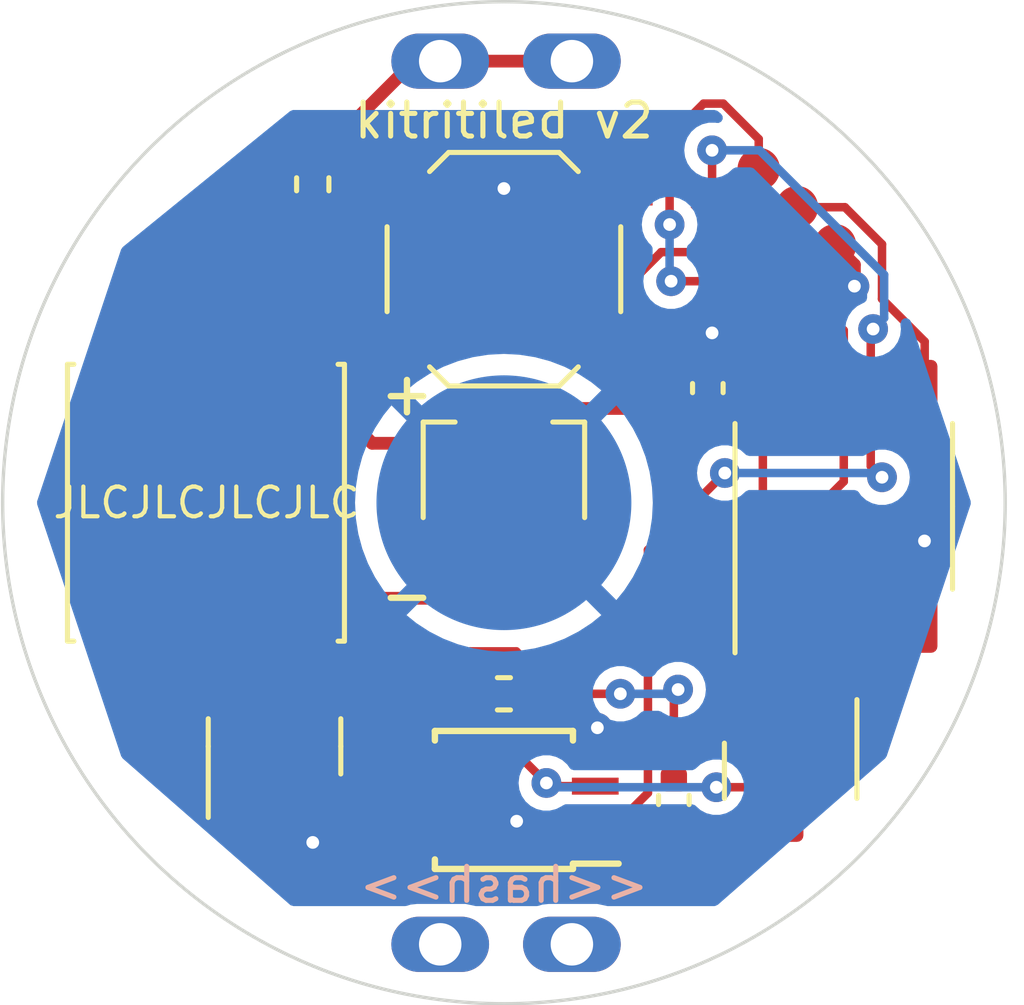
<source format=kicad_pcb>
(kicad_pcb (version 20221018) (generator pcbnew)
  (layers (0 "F.Cu" signal) (31 "B.Cu" signal) (34 "B.Paste" user) (35 "F.Paste" user) (36 "B.SilkS" user "B.Silkscreen") (37 "F.SilkS" user "F.Silkscreen") (38 "B.Mask" user) (39 "F.Mask" user) (44 "Edge.Cuts" user))
  (net 0 "")
  (net 1 "+3V0")
  (net 2 "GND")
  (net 3 "Net-(U2A-Cext)")
  (net 4 "Net-(U2A-RCext)")
  (net 5 "Net-(D1-A)")
  (net 6 "/SCK")
  (net 7 "CLR")
  (net 8 "Net-(Q2-G)")
  (net 9 "Net-(BT1-+)")
  (net 10 "/MOSI")
  (net 11 "/MISO")
  (net 12 "/RST")
  (footprint "Button_Switch_SMD:SW_Push_1P1T_XKB_TS-1187A" (layer "F.Cu") (at 90 84.5 180)
    (fp_text reference "SW1" hide)
    (fp_text value "RESET")
    (fp_line (start -2.75 -1) (end -2.75 1) (stroke (width 0.12)) (layer "F.SilkS"))
    (fp_line (start -1.75 -2.3) (end -1.3 -2.75) (stroke (width 0.12)) (layer "F.SilkS"))
    (fp_line (start -1.75 2.3) (end -1.3 2.75) (stroke (width 0.12)) (layer "F.SilkS"))
    (fp_line (start -1.3 -2.75) (end 1.3 -2.75) (stroke (width 0.12)) (layer "F.SilkS"))
    (fp_line (start -1.3 2.75) (end 1.3 2.75) (stroke (width 0.12)) (layer "F.SilkS"))
    (fp_line (start 1.75 -2.3) (end 1.3 -2.75) (stroke (width 0.12)) (layer "F.SilkS"))
    (fp_line (start 1.75 2.3) (end 1.3 2.75) (stroke (width 0.12)) (layer "F.SilkS"))
    (fp_line (start 2.75 -1) (end 2.75 1) (stroke (width 0.12)) (layer "F.SilkS"))
    (pad "1" smd rect (at -3 -1.875 180) (size 1 0.75) (layers "F.Cu" "F.Paste" "F.Mask") (net 6 "/SCK"))
    (pad "1" smd rect (at 3 -1.875 180) (size 1 0.75) (layers "F.Cu" "F.Paste" "F.Mask") (net 6 "/SCK"))
    (pad "2" smd rect (at -3 1.875 180) (size 1 0.75) (layers "F.Cu" "F.Paste" "F.Mask") (net 2 "GND"))
    (pad "2" smd rect (at 3 1.875 180) (size 1 0.75) (layers "F.Cu" "F.Paste" "F.Mask") (net 2 "GND"))
  )
  (footprint "Package_TO_SOT_SMD:SOT-23" (layer "F.Cu") (at 84.6 95.7375 90)
    (fp_text reference "Q2" hide)
    (fp_text value "AO3400A")
    (fp_line (start 0 -1.56) (end -1.675 -1.56) (stroke (width 0.12)) (layer "F.SilkS"))
    (fp_line (start 0 -1.56) (end 0.65 -1.56) (stroke (width 0.12)) (layer "F.SilkS"))
    (fp_line (start 0 1.56) (end -0.65 1.56) (stroke (width 0.12)) (layer "F.SilkS"))
    (fp_line (start 0 1.56) (end 0.65 1.56) (stroke (width 0.12)) (layer "F.SilkS"))
    (pad "1" smd roundrect (at -0.9375 -0.95 90) (size 1.475 0.6) (layers "F.Cu" "F.Paste" "F.Mask") (net 8 "Net-(Q2-G)"))
    (pad "2" smd roundrect (at -0.9375 0.95 90) (size 1.475 0.6) (layers "F.Cu" "F.Paste" "F.Mask") (net 2 "GND"))
    (pad "3" smd roundrect (at 0.9375 0 90) (size 1.475 0.6) (layers "F.Cu" "F.Paste" "F.Mask") (net 5 "Net-(D1-A)"))
  )
  (footprint "Connector_PinHeader_1.27mm:PinHeader_2x03_P1.27mm_Vertical" (layer "F.Cu") (at 95.1 83.040381 45)
    (fp_text reference "J4" hide)
    (fp_text value "AVR-ISP-6")
    (pad "1" smd rect (at 0 0 45) (size 1 1) (layers "F.Cu" "F.Paste" "F.Mask") (net 11 "/MISO"))
    (pad "2" smd oval (at 1.27 0 45) (size 1 1) (layers "F.Cu" "F.Paste" "F.Mask") (net 1 "+3V0"))
    (pad "3" smd oval (at 0 1.27 45) (size 1 1) (layers "F.Cu" "F.Paste" "F.Mask") (net 6 "/SCK"))
    (pad "4" smd oval (at 1.27 1.27 45) (size 1 1) (layers "F.Cu" "F.Paste" "F.Mask") (net 10 "/MOSI"))
    (pad "5" smd oval (at 0 2.54 45) (size 1 1) (layers "F.Cu" "F.Paste" "F.Mask") (net 12 "/RST"))
    (pad "6" smd oval (at 1.27 2.54 45) (size 1 1) (layers "F.Cu" "F.Paste" "F.Mask") (net 2 "GND"))
  )
  (footprint "Resistor_SMD:R_0402_1005Metric" (layer "F.Cu") (at 85.5 82.5 90)
    (fp_text reference "R1" hide)
    (fp_text value "100")
    (fp_line (start -0.153641 -0.38) (end 0.153641 -0.38) (stroke (width 0.12)) (layer "F.SilkS"))
    (fp_line (start -0.153641 0.38) (end 0.153641 0.38) (stroke (width 0.12)) (layer "F.SilkS"))
    (pad "1" smd roundrect (at -0.51 0 90) (size 0.54 0.64) (layers "F.Cu" "F.Paste" "F.Mask") (net 1 "+3V0"))
    (pad "2" smd roundrect (at 0.51 0 90) (size 0.54 0.64) (layers "F.Cu" "F.Paste" "F.Mask") (net 9 "Net-(BT1-+)"))
  )
  (footprint "Package_SO:TSSOP-8_3x3mm_P0.65mm" (layer "F.Cu") (at 90 97 180)
    (fp_text reference "U2" hide)
    (fp_text value "74LVC1G123")
    (fp_line (start -1.625 -1.625) (end -1.625 -1.5) (stroke (width 0.15)) (layer "F.SilkS"))
    (fp_line (start -1.625 -1.625) (end 1.625 -1.625) (stroke (width 0.15)) (layer "F.SilkS"))
    (fp_line (start -1.625 -1.5) (end -2.7 -1.5) (stroke (width 0.15)) (layer "F.SilkS"))
    (fp_line (start -1.625 1.625) (end -1.625 1.4) (stroke (width 0.15)) (layer "F.SilkS"))
    (fp_line (start -1.625 1.625) (end 1.625 1.625) (stroke (width 0.15)) (layer "F.SilkS"))
    (fp_line (start 1.625 -1.625) (end 1.625 -1.4) (stroke (width 0.15)) (layer "F.SilkS"))
    (fp_line (start 1.625 1.625) (end 1.625 1.4) (stroke (width 0.15)) (layer "F.SilkS"))
    (pad "1" smd rect (at -2.15 -0.975 180) (size 1.1 0.4) (layers "F.Cu" "F.Paste" "F.Mask") (net 2 "GND"))
    (pad "2" smd rect (at -2.15 -0.325 180) (size 1.1 0.4) (layers "F.Cu" "F.Paste" "F.Mask") (net 11 "/MISO"))
    (pad "3" smd rect (at -2.15 0.325 180) (size 1.1 0.4) (layers "F.Cu" "F.Paste" "F.Mask") (net 7 "CLR"))
    (pad "4" smd rect (at -2.15 0.975 180) (size 1.1 0.4) (layers "F.Cu" "F.Paste" "F.Mask") (net 2 "GND"))
    (pad "5" smd rect (at 2.15 0.975 180) (size 1.1 0.4) (layers "F.Cu" "F.Paste" "F.Mask") (net 8 "Net-(Q2-G)"))
    (pad "6" smd rect (at 2.15 0.325 180) (size 1.1 0.4) (layers "F.Cu" "F.Paste" "F.Mask") (net 3 "Net-(U2A-Cext)"))
    (pad "7" smd rect (at 2.15 -0.325 180) (size 1.1 0.4) (layers "F.Cu" "F.Paste" "F.Mask") (net 4 "Net-(U2A-RCext)"))
    (pad "8" smd rect (at 2.15 -0.975 180) (size 1.1 0.4) (layers "F.Cu" "F.Paste" "F.Mask") (net 7 "CLR"))
  )
  (footprint "Inductor_SMD:L_Sunlord_SWPA6028S" (layer "F.Cu") (at 82.9861 89.999999 -90)
    (fp_text reference "L1" hide)
    (fp_text value "1m")
    (fp_line (start -3.26 -3.26) (end -3.26 -3.11) (stroke (width 0.12)) (layer "F.SilkS"))
    (fp_line (start -3.26 -3.26) (end 3.26 -3.26) (stroke (width 0.12)) (layer "F.SilkS"))
    (fp_line (start -3.26 3.26) (end -3.26 3.11) (stroke (width 0.12)) (layer "F.SilkS"))
    (fp_line (start -3.26 3.26) (end 3.26 3.26) (stroke (width 0.12)) (layer "F.SilkS"))
    (fp_line (start 3.26 -3.26) (end 3.26 -3.11) (stroke (width 0.12)) (layer "F.SilkS"))
    (fp_line (start 3.26 3.26) (end 3.26 3.11) (stroke (width 0.12)) (layer "F.SilkS"))
    (pad "1" smd rect (at -2.25 0 270) (size 1.7 5.7) (layers "F.Cu" "F.Paste" "F.Mask") (net 1 "+3V0"))
    (pad "2" smd rect (at 2.25 0 270) (size 1.7 5.7) (layers "F.Cu" "F.Paste" "F.Mask") (net 5 "Net-(D1-A)"))
  )
  (footprint "Capacitor_SMD:C_0402_1005Metric" (layer "F.Cu") (at 94.8 87.3 90)
    (fp_text reference "C2" hide)
    (fp_text value "4u7")
    (fp_line (start -0.107836 -0.36) (end 0.107836 -0.36) (stroke (width 0.12)) (layer "F.SilkS"))
    (fp_line (start -0.107836 0.36) (end 0.107836 0.36) (stroke (width 0.12)) (layer "F.SilkS"))
    (pad "1" smd roundrect (at -0.48 0 90) (size 0.56 0.62) (layers "F.Cu" "F.Paste" "F.Mask") (net 1 "+3V0"))
    (pad "2" smd roundrect (at 0.48 0 90) (size 0.56 0.62) (layers "F.Cu" "F.Paste" "F.Mask") (net 2 "GND"))
  )
  (footprint "Package_SO:SOIC-8_3.9x4.9mm_P1.27mm" (layer "F.Cu") (at 98 90.08466 90)
    (fp_text reference "U1" hide)
    (fp_text value "ATtiny13A-SS")
    (fp_line (start 0 -2.56) (end -3.45 -2.56) (stroke (width 0.12)) (layer "F.SilkS"))
    (fp_line (start 0 -2.56) (end 1.95 -2.56) (stroke (width 0.12)) (layer "F.SilkS"))
    (fp_line (start 0 2.56) (end -1.95 2.56) (stroke (width 0.12)) (layer "F.SilkS"))
    (fp_line (start 0 2.56) (end 1.95 2.56) (stroke (width 0.12)) (layer "F.SilkS"))
    (pad "1" smd roundrect (at -2.475 -1.905 90) (size 1.95 0.6) (layers "F.Cu" "F.Paste" "F.Mask") (net 12 "/RST"))
    (pad "2" smd roundrect (at -2.475 -0.635 90) (size 1.95 0.6) (layers "F.Cu" "F.Paste" "F.Mask"))
    (pad "3" smd roundrect (at -2.475 0.635 90) (size 1.95 0.6) (layers "F.Cu" "F.Paste" "F.Mask"))
    (pad "4" smd roundrect (at -2.475 1.905 90) (size 1.95 0.6) (layers "F.Cu" "F.Paste" "F.Mask") (net 2 "GND"))
    (pad "5" smd roundrect (at 2.475 1.905 90) (size 1.95 0.6) (layers "F.Cu" "F.Paste" "F.Mask") (net 10 "/MOSI"))
    (pad "6" smd roundrect (at 2.475 0.635 90) (size 1.95 0.6) (layers "F.Cu" "F.Paste" "F.Mask") (net 11 "/MISO"))
    (pad "7" smd roundrect (at 2.475 -0.635 90) (size 1.95 0.6) (layers "F.Cu" "F.Paste" "F.Mask") (net 6 "/SCK"))
    (pad "8" smd roundrect (at 2.475 -1.905 90) (size 1.95 0.6) (layers "F.Cu" "F.Paste" "F.Mask") (net 1 "+3V0"))
  )
  (footprint "Capacitor_SMD:C_0402_1005Metric" (layer "F.Cu") (at 94 97 90)
    (fp_text reference "C3" hide)
    (fp_text value "100p")
    (fp_line (start -0.107836 -0.36) (end 0.107836 -0.36) (stroke (width 0.12)) (layer "F.SilkS"))
    (fp_line (start -0.107836 0.36) (end 0.107836 0.36) (stroke (width 0.12)) (layer "F.SilkS"))
    (pad "1" smd roundrect (at -0.48 0 90) (size 0.56 0.62) (layers "F.Cu" "F.Paste" "F.Mask") (net 3 "Net-(U2A-Cext)"))
    (pad "2" smd roundrect (at 0.48 0 90) (size 0.56 0.62) (layers "F.Cu" "F.Paste" "F.Mask") (net 4 "Net-(U2A-RCext)"))
  )
  (footprint "Resistor_SMD:R_0402_1005Metric" (layer "F.Cu") (at 90 94.5 180)
    (fp_text reference "R2" hide)
    (fp_text value "1K")
    (fp_line (start -0.153641 -0.38) (end 0.153641 -0.38) (stroke (width 0.12)) (layer "F.SilkS"))
    (fp_line (start -0.153641 0.38) (end 0.153641 0.38) (stroke (width 0.12)) (layer "F.SilkS"))
    (pad "1" smd roundrect (at -0.51 0 180) (size 0.54 0.64) (layers "F.Cu" "F.Paste" "F.Mask") (net 4 "Net-(U2A-RCext)"))
    (pad "2" smd roundrect (at 0.51 0 180) (size 0.54 0.64) (layers "F.Cu" "F.Paste" "F.Mask") (net 7 "CLR"))
  )
  (footprint "Package_TO_SOT_SMD:SOT-23" (layer "F.Cu") (at 96.75 96.3125 -90)
    (fp_text reference "Q1" hide)
    (fp_text value "AO3401A")
    (fp_line (start 0 -1.56) (end -1.675 -1.56) (stroke (width 0.12)) (layer "F.SilkS"))
    (fp_line (start 0 -1.56) (end 0.65 -1.56) (stroke (width 0.12)) (layer "F.SilkS"))
    (fp_line (start 0 1.56) (end -0.65 1.56) (stroke (width 0.12)) (layer "F.SilkS"))
    (fp_line (start 0 1.56) (end 0.65 1.56) (stroke (width 0.12)) (layer "F.SilkS"))
    (pad "1" smd roundrect (at -0.9375 -0.95 270) (size 1.475 0.6) (layers "F.Cu" "F.Paste" "F.Mask") (net 10 "/MOSI"))
    (pad "2" smd roundrect (at -0.9375 0.95 270) (size 1.475 0.6) (layers "F.Cu" "F.Paste" "F.Mask") (net 1 "+3V0"))
    (pad "3" smd roundrect (at 0.9375 0 270) (size 1.475 0.6) (layers "F.Cu" "F.Paste" "F.Mask") (net 7 "CLR"))
  )
  (footprint "LED_SMD:LED_Cree-XP" (layer "F.Cu") (at 90 90 -90)
    (fp_text reference "D1" hide)
    (fp_text value "LED")
    (fp_line (start -1.9 -1.9) (end -1.9 -1.15) (stroke (width 0.12)) (layer "F.SilkS"))
    (fp_line (start -1.9 1.9) (end -1.9 1.15) (stroke (width 0.12)) (layer "F.SilkS"))
    (fp_line (start 0.35 -1.9) (end -1.9 -1.9) (stroke (width 0.12)) (layer "F.SilkS"))
    (fp_line (start 0.35 1.9) (end -1.9 1.9) (stroke (width 0.12)) (layer "F.SilkS"))
    (pad "1" smd rect (at -1.4 0 270) (size 0.5 3.3) (layers "F.Cu" "F.Paste" "F.Mask") (net 1 "+3V0"))
    (pad "2" smd rect (at 1.4 0 270) (size 0.5 3.3) (layers "F.Cu" "F.Paste" "F.Mask") (net 5 "Net-(D1-A)"))
    (pad "3" smd rect (at 0 0 270) (size 1.3 3.3) (layers "F.Cu" "F.Mask"))
  )
  (footprint "pcb:BAT_BAT-HLD-001-THM" (layer "B.Cu") (at 90 90 -90)
    (fp_text reference "BT1" hide)
    (fp_text value "2032")
    (pad "1" thru_hole oval (at -10.4 -1.6 270) (size 1.3 2.3) (drill 1) (layers "*.Cu" "*.Mask") (net 9 "Net-(BT1-+)"))
    (pad "1" thru_hole oval (at -10.4 1.5 270) (size 1.3 2.3) (drill 1) (layers "*.Cu" "*.Mask") (net 9 "Net-(BT1-+)"))
    (pad "1" thru_hole oval (at 10.4 -1.6 270) (size 1.3 2.3) (drill 1) (layers "*.Cu" "*.Mask") (net 9 "Net-(BT1-+)"))
    (pad "1" thru_hole oval (at 10.4 1.5 270) (size 1.3 2.3) (drill 1) (layers "*.Cu" "*.Mask") (net 9 "Net-(BT1-+)"))
    (pad "2" smd circle (at 0 0 270) (size 6 6) (layers "B.Cu" "B.Mask") (net 2 "GND"))
  )
  (gr_circle (center 90 90) (end 101.8 90) (stroke (width 0.08)) (fill none) (layer "Edge.Cuts"))
  (gr_text "<<hash>>" (at 90 99) (layer "B.SilkS") (effects (font (size 0.8 0.8) (thickness 0.12)) (justify mirror)))
  (gr_text "-" (at 87 92.75) (layer "F.SilkS") (effects (font (size 1 1)) (justify left bottom)))
  (gr_text "kitritiled v2" (at 90 81) (layer "F.SilkS") (effects (font (size 0.8 0.8) (thickness 0.12))))
  (gr_text "JLCJLCJLCJLC" (at 83 90) (layer "F.SilkS") (effects (font (size 0.7 0.7) (thickness 0.1))))
  (gr_text "+" (at 87 88) (layer "F.SilkS") (effects (font (size 1 1)) (justify left bottom)))
  (segment (start 95.495 95.07) (end 95.8 95.375) (width 0.2) (layer "F.Cu") (net 1))
  (segment (start 95.495 90.605) (end 95.495 95.07) (width 0.2) (layer "F.Cu") (net 1))
  (segment (start 82.9861 85.5239) (end 82.9861 87.749999) (width 0.3) (layer "F.Cu") (net 1))
  (segment (start 93.935773 84.782761) (end 94.682761 84.782761) (width 0.2) (layer "F.Cu") (net 1))
  (segment (start 95.998026 81.435249) (end 95.162777 80.6) (width 0.2) (layer "F.Cu") (net 1))
  (segment (start 94.8 87.78) (end 90.82 87.78) (width 0.3) (layer "F.Cu") (net 1))
  (segment (start 96.095 87.60966) (end 96.095 90.005) (width 0.2) (layer "F.Cu") (net 1))
  (segment (start 82.9861 87.749999) (end 86.049999 87.749999) (width 0.3) (layer "F.Cu") (net 1))
  (segment (start 94.7 80.6) (end 93.9 81.4) (width 0.2) (layer "F.Cu") (net 1))
  (segment (start 86.9 88.6) (end 90 88.6) (width 0.3) (layer "F.Cu") (net 1))
  (segment (start 94.682761 84.782761) (end 96.095 86.195) (width 0.2) (layer "F.Cu") (net 1))
  (segment (start 96.095 86.195) (end 96.095 87.60966) (width 0.2) (layer "F.Cu") (net 1))
  (segment (start 95.92466 87.78) (end 96.095 87.60966) (width 0.3) (layer "F.Cu") (net 1))
  (segment (start 86.049999 87.749999) (end 86.9 88.6) (width 0.3) (layer "F.Cu") (net 1))
  (segment (start 85.5 83.01) (end 82.9861 85.5239) (width 0.3) (layer "F.Cu") (net 1))
  (segment (start 95.998026 82.142355) (end 95.998026 81.435249) (width 0.2) (layer "F.Cu") (net 1))
  (segment (start 93.9 81.4) (end 93.9 83.447988) (width 0.2) (layer "F.Cu") (net 1))
  (segment (start 90.82 87.78) (end 90 88.6) (width 0.3) (layer "F.Cu") (net 1))
  (segment (start 96.095 90.005) (end 95.495 90.605) (width 0.2) (layer "F.Cu") (net 1))
  (segment (start 95.162777 80.6) (end 94.7 80.6) (width 0.2) (layer "F.Cu") (net 1))
  (segment (start 94.8 87.78) (end 95.92466 87.78) (width 0.3) (layer "F.Cu") (net 1))
  (via (at 93.9 83.447988) (size 0.7) (drill 0.3) (layers "F.Cu" "B.Cu") (net 1))
  (via (at 93.935773 84.782761) (size 0.7) (drill 0.3) (layers "F.Cu" "B.Cu") (net 1))
  (segment (start 93.9 84.746988) (end 93.9 83.447988) (width 0.2) (layer "B.Cu") (net 1))
  (segment (start 93.935773 84.782761) (end 93.9 84.746988) (width 0.2) (layer "B.Cu") (net 1))
  (segment (start 92.2 95.3) (end 92.15 95.35) (width 0.2) (layer "F.Cu") (net 2))
  (segment (start 90.025 82.625) (end 90 82.6) (width 0.2) (layer "F.Cu") (net 2))
  (segment (start 92.15 95.35) (end 92.15 96.025) (width 0.2) (layer "F.Cu") (net 2))
  (segment (start 85.55 96.675) (end 85.55 97.95) (width 0.2) (layer "F.Cu") (net 2))
  (segment (start 93 82.625) (end 90.025 82.625) (width 0.2) (layer "F.Cu") (net 2))
  (segment (start 90.3 97.5005) (end 90.7745 97.975) (width 0.2) (layer "F.Cu") (net 2))
  (segment (start 85.55 97.95) (end 85.5 98) (width 0.2) (layer "F.Cu") (net 2))
  (segment (start 99.905 90.905) (end 99.9 90.9) (width 0.2) (layer "F.Cu") (net 2))
  (segment (start 98.2505 84.9) (end 98.2505 84.39483) (width 0.3) (layer "F.Cu") (net 2))
  (segment (start 90.7745 97.975) (end 92.15 97.975) (width 0.2) (layer "F.Cu") (net 2))
  (segment (start 87 82.625) (end 89.975 82.625) (width 0.2) (layer "F.Cu") (net 2))
  (segment (start 89.975 82.625) (end 90 82.6) (width 0.2) (layer "F.Cu") (net 2))
  (segment (start 94.9 86) (end 94.8 86.1) (width 0.3) (layer "F.Cu") (net 2))
  (segment (start 99.905 92.55966) (end 99.905 90.905) (width 0.2) (layer "F.Cu") (net 2))
  (segment (start 98.2505 84.39483) (end 97.794077 83.938407) (width 0.3) (layer "F.Cu") (net 2))
  (segment (start 94.8 86.1) (end 94.8 86.82) (width 0.3) (layer "F.Cu") (net 2))
  (via (at 90 82.6) (size 0.7) (drill 0.3) (layers "F.Cu" "B.Cu") (net 2))
  (via (at 85.5 98) (size 0.7) (drill 0.3) (layers "F.Cu" "B.Cu") (net 2))
  (via (at 92.2 95.3) (size 0.7) (drill 0.3) (layers "F.Cu" "B.Cu") (net 2))
  (via (at 99.9 90.9) (size 0.7) (drill 0.3) (layers "F.Cu" "B.Cu") (net 2))
  (via (at 90.3 97.5005) (size 0.7) (drill 0.3) (layers "F.Cu" "B.Cu") (net 2))
  (via (at 98.2505 84.9) (size 0.7) (drill 0.3) (layers "F.Cu" "B.Cu") (net 2))
  (via (at 94.9 86) (size 0.7) (drill 0.3) (layers "F.Cu" "B.Cu") (net 2))
  (segment (start 94 98.1) (end 94 97.48) (width 0.2) (layer "F.Cu") (net 3))
  (segment (start 87.425 98.9) (end 93.2 98.9) (width 0.2) (layer "F.Cu") (net 3))
  (segment (start 87.85 96.675) (end 86.925 96.675) (width 0.2) (layer "F.Cu") (net 3))
  (segment (start 86.7 98.175) (end 87.425 98.9) (width 0.2) (layer "F.Cu") (net 3))
  (segment (start 93.2 98.9) (end 94 98.1) (width 0.2) (layer "F.Cu") (net 3))
  (segment (start 86.7 96.9) (end 86.7 98.175) (width 0.2) (layer "F.Cu") (net 3))
  (segment (start 86.925 96.675) (end 86.7 96.9) (width 0.2) (layer "F.Cu") (net 3))
  (segment (start 90.51 93.72) (end 90.51 94.5) (width 0.2) (layer "F.Cu") (net 4))
  (segment (start 94.1 94.4) (end 94 94.5) (width 0.2) (layer "F.Cu") (net 4))
  (segment (start 87.85 97.325) (end 88.6 97.325) (width 0.2) (layer "F.Cu") (net 4))
  (segment (start 88.8 97.125) (end 88.8 93.9) (width 0.2) (layer "F.Cu") (net 4))
  (segment (start 90.51 94.5) (end 92.7405 94.5) (width 0.2) (layer "F.Cu") (net 4))
  (segment (start 90.29 93.5) (end 90.51 93.72) (width 0.2) (layer "F.Cu") (net 4))
  (segment (start 94 94.5) (end 94 96.52) (width 0.2) (layer "F.Cu") (net 4))
  (segment (start 88.8 93.9) (end 89.2 93.5) (width 0.2) (layer "F.Cu") (net 4))
  (segment (start 88.6 97.325) (end 88.8 97.125) (width 0.2) (layer "F.Cu") (net 4))
  (segment (start 89.2 93.5) (end 90.29 93.5) (width 0.2) (layer "F.Cu") (net 4))
  (via (at 94.1 94.4) (size 0.7) (drill 0.3) (layers "F.Cu" "B.Cu") (net 4))
  (via (at 92.7405 94.5) (size 0.7) (drill 0.3) (layers "F.Cu" "B.Cu") (net 4))
  (segment (start 94 94.5) (end 94.1 94.4) (width 0.2) (layer "B.Cu") (net 4))
  (segment (start 92.7405 94.5) (end 94 94.5) (width 0.2) (layer "B.Cu") (net 4))
  (segment (start 84.6 94.8) (end 84.6 93.863899) (width 0.2) (layer "F.Cu") (net 5))
  (segment (start 90 92) (end 89.750001 92.249999) (width 0.3) (layer "F.Cu") (net 5))
  (segment (start 84.6 93.863899) (end 82.9861 92.249999) (width 0.2) (layer "F.Cu") (net 5))
  (segment (start 89.750001 92.249999) (end 82.9861 92.249999) (width 0.3) (layer "F.Cu") (net 5))
  (segment (start 90 91.4) (end 90 92) (width 0.3) (layer "F.Cu") (net 5))
  (segment (start 87 86.375) (end 93 86.375) (width 0.2) (layer "F.Cu") (net 6))
  (segment (start 93.702512 84.097488) (end 95.838945 84.097488) (width 0.2) (layer "F.Cu") (net 6))
  (segment (start 93 86.375) (end 93 84.8) (width 0.2) (layer "F.Cu") (net 6))
  (segment (start 95.998026 85.198026) (end 97.365 86.565) (width 0.2) (layer "F.Cu") (net 6))
  (segment (start 95.998026 83.938407) (end 95.998026 85.198026) (width 0.2) (layer "F.Cu") (net 6))
  (segment (start 93 84.8) (end 93.702512 84.097488) (width 0.2) (layer "F.Cu") (net 6))
  (segment (start 95.838945 84.097488) (end 95.998026 83.938407) (width 0.2) (layer "F.Cu") (net 6))
  (segment (start 97.365 86.565) (end 97.365 87.60966) (width 0.2) (layer "F.Cu") (net 6))
  (segment (start 91 96.6) (end 91.075 96.675) (width 0.2) (layer "F.Cu") (net 7))
  (segment (start 88.6 97.975) (end 89.49 97.085) (width 0.2) (layer "F.Cu") (net 7))
  (segment (start 96.2 96.7) (end 96.75 97.25) (width 0.2) (layer "F.Cu") (net 7))
  (segment (start 91 96.6) (end 89.49 95.09) (width 0.2) (layer "F.Cu") (net 7))
  (segment (start 87.85 97.975) (end 88.6 97.975) (width 0.2) (layer "F.Cu") (net 7))
  (segment (start 95 96.7) (end 96.2 96.7) (width 0.2) (layer "F.Cu") (net 7))
  (segment (start 89.49 97.085) (end 89.49 95.09) (width 0.2) (layer "F.Cu") (net 7))
  (segment (start 89.49 95.09) (end 89.49 94.5) (width 0.2) (layer "F.Cu") (net 7))
  (segment (start 91.075 96.675) (end 92.15 96.675) (width 0.2) (layer "F.Cu") (net 7))
  (via (at 91 96.6) (size 0.7) (drill 0.3) (layers "F.Cu" "B.Cu") (net 7))
  (via (at 95 96.7) (size 0.7) (drill 0.3) (layers "F.Cu" "B.Cu") (net 7))
  (segment (start 91.1 96.7) (end 91 96.6) (width 0.2) (layer "B.Cu") (net 7))
  (segment (start 95 96.7) (end 91.1 96.7) (width 0.2) (layer "B.Cu") (net 7))
  (segment (start 83.65 96.675) (end 84.136547 96.675) (width 0.2) (layer "F.Cu") (net 8))
  (segment (start 87.424673 95.599673) (end 87.85 96.025) (width 0.2) (layer "F.Cu") (net 8))
  (segment (start 85.211874 95.599673) (end 87.424673 95.599673) (width 0.2) (layer "F.Cu") (net 8))
  (segment (start 84.136547 96.675) (end 85.211874 95.599673) (width 0.2) (layer "F.Cu") (net 8))
  (segment (start 87.89 79.6) (end 85.5 81.99) (width 0.3) (layer "F.Cu") (net 9))
  (segment (start 88.5 79.6) (end 87.89 79.6) (width 0.3) (layer "F.Cu") (net 9))
  (segment (start 88.5 79.6) (end 91.6 79.6) (width 0.3) (layer "F.Cu") (net 9))
  (segment (start 96.896051 83.040381) (end 98.027422 83.040381) (width 0.2) (layer "F.Cu") (net 10))
  (segment (start 99.905 89.674108) (end 98 91.579108) (width 0.2) (layer "F.Cu") (net 10))
  (segment (start 97.7 94.2) (end 97.7 95.375) (width 0.2) (layer "F.Cu") (net 10))
  (segment (start 98.9 85.2) (end 99.905 86.205) (width 0.2) (layer "F.Cu") (net 10))
  (segment (start 99.905 87.60966) (end 99.905 89.674108) (width 0.2) (layer "F.Cu") (net 10))
  (segment (start 98.9 83.912959) (end 98.9 85.2) (width 0.2) (layer "F.Cu") (net 10))
  (segment (start 98 91.579108) (end 98 93.9) (width 0.2) (layer "F.Cu") (net 10))
  (segment (start 99.905 86.205) (end 99.905 87.60966) (width 0.2) (layer "F.Cu") (net 10))
  (segment (start 98 93.9) (end 97.7 94.2) (width 0.2) (layer "F.Cu") (net 10))
  (segment (start 98.027422 83.040381) (end 98.9 83.912959) (width 0.2) (layer "F.Cu") (net 10))
  (segment (start 93.39 91.11) (end 93.39 96.835) (width 0.2) (layer "F.Cu") (net 11))
  (segment (start 94.9 81.7) (end 94.9 82.840381) (width 0.2) (layer "F.Cu") (net 11))
  (segment (start 98.690734 85.909266) (end 98.635 85.965) (width 0.2) (layer "F.Cu") (net 11))
  (segment (start 93.39 96.835) (end 92.9 97.325) (width 0.2) (layer "F.Cu") (net 11))
  (segment (start 95.2 89.3) (end 93.39 91.11) (width 0.2) (layer "F.Cu") (net 11))
  (segment (start 94.9 82.840381) (end 95.1 83.040381) (width 0.2) (layer "F.Cu") (net 11))
  (segment (start 92.9 97.325) (end 92.15 97.325) (width 0.2) (layer "F.Cu") (net 11))
  (segment (start 98.635 85.965) (end 98.635 87.60966) (width 0.2) (layer "F.Cu") (net 11))
  (segment (start 98.9 89.4) (end 98.635 89.135) (width 0.2) (layer "F.Cu") (net 11))
  (segment (start 98.635 89.135) (end 98.635 87.60966) (width 0.2) (layer "F.Cu") (net 11))
  (via (at 94.9 81.7) (size 0.7) (drill 0.3) (layers "F.Cu" "B.Cu") (net 11))
  (via (at 95.2 89.3) (size 0.7) (drill 0.3) (layers "F.Cu" "B.Cu") (net 11))
  (via (at 98.9 89.4) (size 0.7) (drill 0.3) (layers "F.Cu" "B.Cu") (net 11))
  (via (at 98.690734 85.909266) (size 0.7) (drill 0.3) (layers "F.Cu" "B.Cu") (net 11))
  (segment (start 98.8 89.3) (end 98.9 89.4) (width 0.2) (layer "B.Cu") (net 11))
  (segment (start 96.019239 81.7) (end 98.95 84.630761) (width 0.2) (layer "B.Cu") (net 11))
  (segment (start 98.95 84.630761) (end 98.95 85.65) (width 0.2) (layer "B.Cu") (net 11))
  (segment (start 94.9 81.7) (end 96.019239 81.7) (width 0.2) (layer "B.Cu") (net 11))
  (segment (start 98.95 85.65) (end 98.690734 85.909266) (width 0.2) (layer "B.Cu") (net 11))
  (segment (start 95.2 89.3) (end 98.8 89.3) (width 0.2) (layer "B.Cu") (net 11))
  (segment (start 98 85.940381) (end 98 89.5) (width 0.2) (layer "F.Cu") (net 12))
  (segment (start 98 89.5) (end 97.4 90.1) (width 0.2) (layer "F.Cu") (net 12))
  (segment (start 97.4 90.1) (end 96.9 90.1) (width 0.2) (layer "F.Cu") (net 12))
  (segment (start 96.896051 84.836432) (end 98 85.940381) (width 0.2) (layer "F.Cu") (net 12))
  (segment (start 96.9 90.1) (end 96.095 90.905) (width 0.2) (layer "F.Cu") (net 12))
  (segment (start 96.095 90.905) (end 96.095 92.55966) (width 0.2) (layer "F.Cu") (net 12))
  (zone (net 2) (net_name "GND") (layer "B.Cu") (connect_pads (clearance 0.3)) (min_thickness 0.25) (fill yes (thermal_gap 0.5) (thermal_bridge_width 0.5))
    (polygon (pts (xy 85 80.75) (xy 95 80.75) (xy 99 84) (xy 101 90) (xy 99 96) (xy 95 99.5) (xy 85 99.5) (xy 81 96) (xy 79 90) (xy 81 84)))
  )
)
</source>
